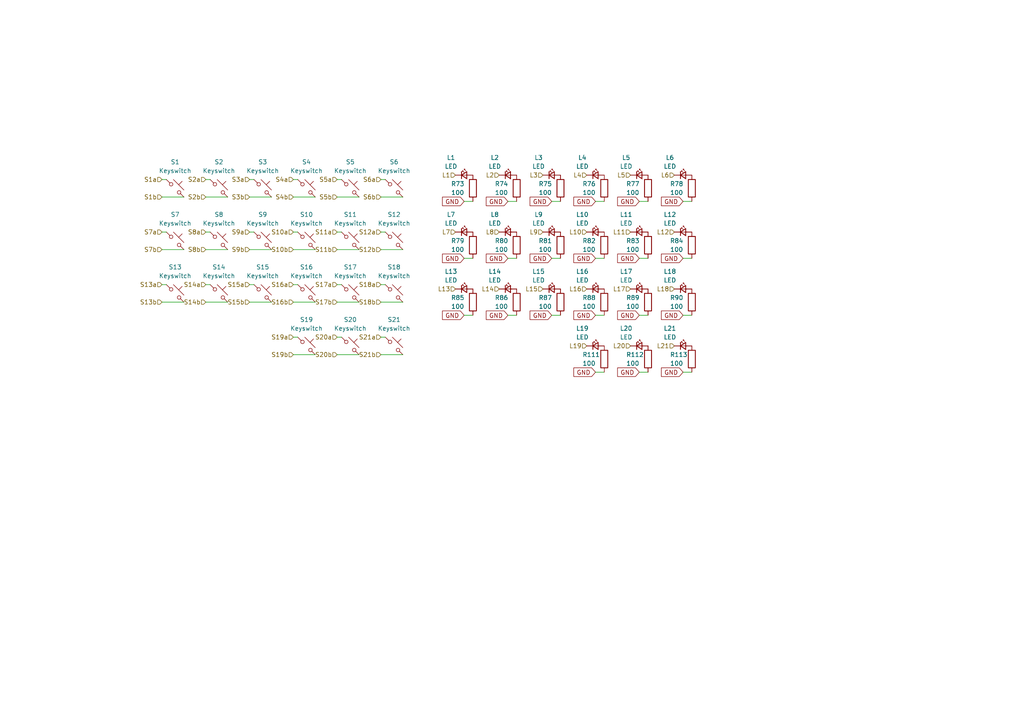
<source format=kicad_sch>
(kicad_sch (version 20231120) (generator "eeschema") (generator_version "8.0")
  (paper "A4")
  (lib_symbols
    (symbol "Device:LED_Small" (pin_numbers hide) (pin_names (offset 0.254) hide)
      (property "Reference" "D" (at -1.27 3.175 0))
      (property "Value" "LED_Small" (at -4.445 -2.54 0))
      (symbol "LED_Small_0_1"
        (polyline (pts (xy -0.762 -1.016) (xy -0.762 1.016)) (stroke (width 0.254)))
        (polyline (pts (xy 1.016 0) (xy -0.762 0)))
        (polyline (pts (xy 0.762 -1.016) (xy -0.762 0) (xy 0.762 1.016) (xy 0.762 -1.016)) (stroke (width 0.254)))
        (polyline (pts (xy 0 0.762) (xy -0.508 1.27) (xy -0.254 1.27) (xy -0.508 1.27) (xy -0.508 1.016)))
        (polyline (pts (xy 0.508 1.27) (xy 0 1.778) (xy 0.254 1.778) (xy 0 1.778) (xy 0 1.524)))
      )
      (symbol "LED_Small_1_1"
        (pin passive line (at -2.54 0 0) (length 1.778) (name "K") (number "1"))
        (pin passive line (at 2.54 0 180) (length 1.778) (name "A") (number "2"))
      )
    )
    (symbol "ScottoKeebs:Placeholder_Keyswitch" (pin_numbers hide) (pin_names (offset 1.016) hide)
      (property "Reference" "S" (at 3.048 1.016 0))
      (property "Value" "Keyswitch" (at 0 -3.81 0))
      (symbol "Placeholder_Keyswitch_0_1"
        (circle (center -1.1684 1.1684) (radius 0.508))
        (polyline (pts (xy -0.508 2.54) (xy 2.54 -0.508)))
        (polyline (pts (xy 1.016 1.016) (xy 2.032 2.032)))
        (polyline (pts (xy -2.54 2.54) (xy -1.524 1.524) (xy -1.524 1.524)))
        (polyline (pts (xy 1.524 -1.524) (xy 2.54 -2.54) (xy 2.54 -2.54) (xy 2.54 -2.54)))
        (circle (center 1.143 -1.1938) (radius 0.508))
        (pin passive line (at -2.54 2.54 0) (length 0) (name "1") (number "1"))
        (pin passive line (at 2.54 -2.54 180) (length 0) (name "2") (number "2"))
      )
    )
    (symbol "ScottoKeebs:Placeholder_Resistor" (pin_numbers hide) (pin_names (offset 0))
      (property "Reference" "R" (at 0 2.032 0))
      (property "Value" "Resistor" (at 0 -2.54 0))
      (symbol "Placeholder_Resistor_0_1"
        (rectangle (start 2.54 -1.016) (end -2.54 1.016) (stroke (width 0.254)))
      )
      (symbol "Placeholder_Resistor_1_1"
        (pin passive line (at -3.81 0 0) (length 1.27) (name "~") (number "1"))
        (pin passive line (at 3.81 0 180) (length 1.27) (name "~") (number "2"))
      )
    )
  )
  (wire (pts (xy 110.49 102.87) (xy 116.84 102.87)))
  (wire (pts (xy 97.79 87.63) (xy 104.14 87.63)))
  (wire (pts (xy 110.49 67.31) (xy 111.76 67.31)))
  (wire (pts (xy 72.39 52.07) (xy 73.66 52.07)))
  (wire (pts (xy 72.39 82.55) (xy 73.66 82.55)))
  (wire (pts (xy 46.99 67.31) (xy 48.26 67.31)))
  (wire (pts (xy 85.09 67.31) (xy 86.36 67.31)))
  (wire (pts (xy 198.12 74.93) (xy 200.66 74.93)))
  (wire (pts (xy 59.69 87.63) (xy 66.04 87.63)))
  (wire (pts (xy 185.42 91.44) (xy 187.96 91.44)))
  (wire (pts (xy 46.99 57.15) (xy 53.34 57.15)))
  (wire (pts (xy 147.32 91.44) (xy 149.86 91.44)))
  (wire (pts (xy 59.69 67.31) (xy 60.96 67.31)))
  (wire (pts (xy 72.39 67.31) (xy 73.66 67.31)))
  (wire (pts (xy 134.62 74.93) (xy 137.16 74.93)))
  (wire (pts (xy 110.49 87.63) (xy 116.84 87.63)))
  (wire (pts (xy 97.79 57.15) (xy 104.14 57.15)))
  (wire (pts (xy 172.72 58.42) (xy 175.26 58.42)))
  (wire (pts (xy 46.99 82.55) (xy 48.26 82.55)))
  (wire (pts (xy 185.42 74.93) (xy 187.96 74.93)))
  (wire (pts (xy 185.42 58.42) (xy 187.96 58.42)))
  (wire (pts (xy 147.32 58.42) (xy 149.86 58.42)))
  (wire (pts (xy 172.72 91.44) (xy 175.26 91.44)))
  (wire (pts (xy 172.72 74.93) (xy 175.26 74.93)))
  (wire (pts (xy 85.09 72.39) (xy 91.44 72.39)))
  (wire (pts (xy 85.09 52.07) (xy 86.36 52.07)))
  (wire (pts (xy 110.49 82.55) (xy 111.76 82.55)))
  (wire (pts (xy 110.49 57.15) (xy 116.84 57.15)))
  (wire (pts (xy 198.12 58.42) (xy 200.66 58.42)))
  (wire (pts (xy 97.79 72.39) (xy 104.14 72.39)))
  (wire (pts (xy 85.09 97.79) (xy 86.36 97.79)))
  (wire (pts (xy 85.09 87.63) (xy 91.44 87.63)))
  (wire (pts (xy 72.39 57.15) (xy 78.74 57.15)))
  (wire (pts (xy 85.09 82.55) (xy 86.36 82.55)))
  (wire (pts (xy 46.99 87.63) (xy 53.34 87.63)))
  (wire (pts (xy 172.72 107.95) (xy 175.26 107.95)))
  (wire (pts (xy 147.32 74.93) (xy 149.86 74.93)))
  (wire (pts (xy 110.49 52.07) (xy 111.76 52.07)))
  (wire (pts (xy 97.79 52.07) (xy 99.06 52.07)))
  (wire (pts (xy 59.69 57.15) (xy 66.04 57.15)))
  (wire (pts (xy 160.02 74.93) (xy 162.56 74.93)))
  (wire (pts (xy 110.49 97.79) (xy 111.76 97.79)))
  (wire (pts (xy 85.09 57.15) (xy 91.44 57.15)))
  (wire (pts (xy 185.42 107.95) (xy 187.96 107.95)))
  (wire (pts (xy 160.02 58.42) (xy 162.56 58.42)))
  (wire (pts (xy 85.09 102.87) (xy 91.44 102.87)))
  (wire (pts (xy 59.69 82.55) (xy 60.96 82.55)))
  (wire (pts (xy 134.62 58.42) (xy 137.16 58.42)))
  (wire (pts (xy 59.69 52.07) (xy 60.96 52.07)))
  (wire (pts (xy 97.79 97.79) (xy 99.06 97.79)))
  (wire (pts (xy 198.12 107.95) (xy 200.66 107.95)))
  (wire (pts (xy 46.99 72.39) (xy 53.34 72.39)))
  (wire (pts (xy 46.99 52.07) (xy 48.26 52.07)))
  (wire (pts (xy 160.02 91.44) (xy 162.56 91.44)))
  (wire (pts (xy 97.79 82.55) (xy 99.06 82.55)))
  (wire (pts (xy 72.39 87.63) (xy 78.74 87.63)))
  (wire (pts (xy 97.79 67.31) (xy 99.06 67.31)))
  (wire (pts (xy 134.62 91.44) (xy 137.16 91.44)))
  (wire (pts (xy 72.39 72.39) (xy 78.74 72.39)))
  (wire (pts (xy 97.79 102.87) (xy 104.14 102.87)))
  (wire (pts (xy 198.12 91.44) (xy 200.66 91.44)))
  (wire (pts (xy 110.49 72.39) (xy 116.84 72.39)))
  (wire (pts (xy 59.69 72.39) (xy 66.04 72.39)))
  (global_label "GND" (shape input) (at 198.12 107.95 180) (property "Intersheetrefs" "${INTERSHEET_REFS}" (effects (hide yes))))
  (global_label "GND" (shape input) (at 134.62 58.42 180) (property "Intersheetrefs" "${INTERSHEET_REFS}" (effects (hide yes))))
  (global_label "GND" (shape input) (at 172.72 58.42 180) (property "Intersheetrefs" "${INTERSHEET_REFS}" (effects (hide yes))))
  (global_label "GND" (shape input) (at 147.32 74.93 180) (property "Intersheetrefs" "${INTERSHEET_REFS}" (effects (hide yes))))
  (global_label "GND" (shape input) (at 185.42 107.95 180) (property "Intersheetrefs" "${INTERSHEET_REFS}" (effects (hide yes))))
  (global_label "GND" (shape input) (at 172.72 74.93 180) (property "Intersheetrefs" "${INTERSHEET_REFS}" (effects (hide yes))))
  (global_label "GND" (shape input) (at 160.02 58.42 180) (property "Intersheetrefs" "${INTERSHEET_REFS}" (effects (hide yes))))
  (global_label "GND" (shape input) (at 198.12 58.42 180) (property "Intersheetrefs" "${INTERSHEET_REFS}" (effects (hide yes))))
  (global_label "GND" (shape input) (at 185.42 74.93 180) (property "Intersheetrefs" "${INTERSHEET_REFS}" (effects (hide yes))))
  (global_label "GND" (shape input) (at 134.62 74.93 180) (property "Intersheetrefs" "${INTERSHEET_REFS}" (effects (hide yes))))
  (global_label "GND" (shape input) (at 185.42 91.44 180) (property "Intersheetrefs" "${INTERSHEET_REFS}" (effects (hide yes))))
  (global_label "GND" (shape input) (at 147.32 91.44 180) (property "Intersheetrefs" "${INTERSHEET_REFS}" (effects (hide yes))))
  (global_label "GND" (shape input) (at 172.72 107.95 180) (property "Intersheetrefs" "${INTERSHEET_REFS}" (effects (hide yes))))
  (global_label "GND" (shape input) (at 172.72 91.44 180) (property "Intersheetrefs" "${INTERSHEET_REFS}" (effects (hide yes))))
  (global_label "GND" (shape input) (at 198.12 91.44 180) (property "Intersheetrefs" "${INTERSHEET_REFS}" (effects (hide yes))))
  (global_label "GND" (shape input) (at 198.12 74.93 180) (property "Intersheetrefs" "${INTERSHEET_REFS}" (effects (hide yes))))
  (global_label "GND" (shape input) (at 185.42 58.42 180) (property "Intersheetrefs" "${INTERSHEET_REFS}" (effects (hide yes))))
  (global_label "GND" (shape input) (at 160.02 91.44 180) (property "Intersheetrefs" "${INTERSHEET_REFS}" (effects (hide yes))))
  (global_label "GND" (shape input) (at 147.32 58.42 180) (property "Intersheetrefs" "${INTERSHEET_REFS}" (effects (hide yes))))
  (global_label "GND" (shape input) (at 160.02 74.93 180) (property "Intersheetrefs" "${INTERSHEET_REFS}" (effects (hide yes))))
  (global_label "GND" (shape input) (at 134.62 91.44 180) (property "Intersheetrefs" "${INTERSHEET_REFS}" (effects (hide yes))))
  (hierarchical_label "L9" (shape input) (at 157.48 67.31 180))
  (hierarchical_label "S8b" (shape input) (at 59.69 72.39 180))
  (hierarchical_label "S10b" (shape input) (at 85.09 72.39 180))
  (hierarchical_label "S13b" (shape input) (at 46.99 87.63 180))
  (hierarchical_label "L18" (shape input) (at 195.58 83.82 180))
  (hierarchical_label "S1b" (shape input) (at 46.99 57.15 180))
  (hierarchical_label "S1a" (shape input) (at 46.99 52.07 180))
  (hierarchical_label "S12a" (shape input) (at 110.49 67.31 180))
  (hierarchical_label "L19" (shape input) (at 170.18 100.33 180))
  (hierarchical_label "S10a" (shape input) (at 85.09 67.31 180))
  (hierarchical_label "L15" (shape input) (at 157.48 83.82 180))
  (hierarchical_label "S7a" (shape input) (at 46.99 67.31 180))
  (hierarchical_label "L20" (shape input) (at 182.88 100.33 180))
  (hierarchical_label "L14" (shape input) (at 144.78 83.82 180))
  (hierarchical_label "S21b" (shape input) (at 110.49 102.87 180))
  (hierarchical_label "L21" (shape input) (at 195.58 100.33 180))
  (hierarchical_label "S3a" (shape input) (at 72.39 52.07 180))
  (hierarchical_label "S18b" (shape input) (at 110.49 87.63 180))
  (hierarchical_label "S8a" (shape input) (at 59.69 67.31 180))
  (hierarchical_label "L3" (shape input) (at 157.48 50.8 180))
  (hierarchical_label "L6" (shape input) (at 195.58 50.8 180))
  (hierarchical_label "S11b" (shape input) (at 97.79 72.39 180))
  (hierarchical_label "S20a" (shape input) (at 97.79 97.79 180))
  (hierarchical_label "S2b" (shape input) (at 59.69 57.15 180))
  (hierarchical_label "L17" (shape input) (at 182.88 83.82 180))
  (hierarchical_label "S19b" (shape input) (at 85.09 102.87 180))
  (hierarchical_label "L10" (shape input) (at 170.18 67.31 180))
  (hierarchical_label "L12" (shape input) (at 195.58 67.31 180))
  (hierarchical_label "S11a" (shape input) (at 97.79 67.31 180))
  (hierarchical_label "S19a" (shape input) (at 85.09 97.79 180))
  (hierarchical_label "L7" (shape input) (at 132.08 67.31 180))
  (hierarchical_label "S13a" (shape input) (at 46.99 82.55 180))
  (hierarchical_label "S14b" (shape input) (at 59.69 87.63 180))
  (hierarchical_label "L13" (shape input) (at 132.08 83.82 180))
  (hierarchical_label "S15b" (shape input) (at 72.39 87.63 180))
  (hierarchical_label "S18a" (shape input) (at 110.49 82.55 180))
  (hierarchical_label "S7b" (shape input) (at 46.99 72.39 180))
  (hierarchical_label "S21a" (shape input) (at 110.49 97.79 180))
  (hierarchical_label "S14a" (shape input) (at 59.69 82.55 180))
  (hierarchical_label "S20b" (shape input) (at 97.79 102.87 180))
  (hierarchical_label "S4a" (shape input) (at 85.09 52.07 180))
  (hierarchical_label "L8" (shape input) (at 144.78 67.31 180))
  (hierarchical_label "S9b" (shape input) (at 72.39 72.39 180))
  (hierarchical_label "S2a" (shape input) (at 59.69 52.07 180))
  (hierarchical_label "S16b" (shape input) (at 85.09 87.63 180))
  (hierarchical_label "S6a" (shape input) (at 110.49 52.07 180))
  (hierarchical_label "L5" (shape input) (at 182.88 50.8 180))
  (hierarchical_label "L1" (shape input) (at 132.08 50.8 180))
  (hierarchical_label "S4b" (shape input) (at 85.09 57.15 180))
  (hierarchical_label "L16" (shape input) (at 170.18 83.82 180))
  (hierarchical_label "S5b" (shape input) (at 97.79 57.15 180))
  (hierarchical_label "S5a" (shape input) (at 97.79 52.07 180))
  (hierarchical_label "L11" (shape input) (at 182.88 67.31 180))
  (hierarchical_label "S15a" (shape input) (at 72.39 82.55 180))
  (hierarchical_label "L2" (shape input) (at 144.78 50.8 180))
  (hierarchical_label "S3b" (shape input) (at 72.39 57.15 180))
  (hierarchical_label "S17b" (shape input) (at 97.79 87.63 180))
  (hierarchical_label "S6b" (shape input) (at 110.49 57.15 180))
  (hierarchical_label "S16a" (shape input) (at 85.09 82.55 180))
  (hierarchical_label "L4" (shape input) (at 170.18 50.8 180))
  (hierarchical_label "S12b" (shape input) (at 110.49 72.39 180))
  (hierarchical_label "S17a" (shape input) (at 97.79 82.55 180))
  (hierarchical_label "S9a" (shape input) (at 72.39 67.31 180))
  (symbol (lib_id "ScottoKeebs:Placeholder_Keyswitch") (at 63.5 69.85 0) (unit 1)
    (property "Reference" "S8" (at 63.5 62.23 0))
    (property "Value" "Keyswitch" (at 63.5 64.77 0))
    (property "Footprint" "ScottoKeebs_Hotswap:Hotswap_Choc_V1_1.00u" (effects (hide yes)))
    (instances (project "unchat_keeb" (path "" (reference "S8") (unit 1))) (project "unchat_keeb" (path "" (reference "S?") (unit 1)) (path "" (reference "S8") (unit 1))))
  )
  (symbol (lib_id "Device:LED_Small") (at 160.02 83.82 0) (unit 1)
    (property "Reference" "L15" (at 156.21 78.74 0))
    (property "Value" "LED" (at 156.21 81.28 0))
    (property "Footprint" "LED_SMD:LED_0603_1608Metric" (effects (hide yes)))
  )
  (symbol (lib_id "Device:LED_Small") (at 172.72 50.8 0) (unit 1)
    (property "Reference" "L4" (at 168.91 45.72 0))
    (property "Value" "LED" (at 168.91 48.26 0))
    (property "Footprint" "LED_SMD:LED_0603_1608Metric" (effects (hide yes)))
  )
  (symbol (lib_id "ScottoKeebs:Placeholder_Resistor") (at 187.96 71.12 90) (unit 1)
    (property "Reference" "R83" (at 181.61 69.85 90) (effects (justify right)))
    (property "Value" "100" (at 181.61 72.39 90) (effects (justify right)))
    (property "Footprint" "Resistor_SMD:R_0805_2012Metric" (effects (hide yes)))
  )
  (symbol (lib_id "ScottoKeebs:Placeholder_Resistor") (at 187.96 87.63 90) (unit 1)
    (property "Reference" "R89" (at 181.61 86.36 90) (effects (justify right)))
    (property "Value" "100" (at 181.61 88.9 90) (effects (justify right)))
    (property "Footprint" "Resistor_SMD:R_0805_2012Metric" (effects (hide yes)))
  )
  (symbol (lib_id "ScottoKeebs:Placeholder_Keyswitch") (at 114.3 100.33 0) (unit 1)
    (property "Reference" "S21" (at 114.3 92.71 0))
    (property "Value" "Keyswitch" (at 114.3 95.25 0))
    (property "Footprint" "GKanwarLibrary:Choc_V1_LED_1.50u_90deg" (effects (hide yes)))
    (instances (project "unchat_keeb" (path "" (reference "S21") (unit 1))) (project "unchat_keeb" (path "" (reference "S?") (unit 1)) (path "" (reference "S21") (unit 1))))
  )
  (symbol (lib_id "Device:LED_Small") (at 147.32 67.31 0) (unit 1)
    (property "Reference" "L8" (at 143.51 62.23 0))
    (property "Value" "LED" (at 143.51 64.77 0))
    (property "Footprint" "LED_SMD:LED_0603_1608Metric" (effects (hide yes)))
  )
  (symbol (lib_id "Device:LED_Small") (at 185.42 100.33 0) (unit 1)
    (property "Reference" "L20" (at 181.61 95.25 0))
    (property "Value" "LED" (at 181.61 97.79 0))
    (property "Footprint" "LED_SMD:LED_0603_1608Metric" (effects (hide yes)))
  )
  (symbol (lib_id "ScottoKeebs:Placeholder_Resistor") (at 200.66 87.63 90) (unit 1)
    (property "Reference" "R90" (at 194.31 86.36 90) (effects (justify right)))
    (property "Value" "100" (at 194.31 88.9 90) (effects (justify right)))
    (property "Footprint" "Resistor_SMD:R_0805_2012Metric" (effects (hide yes)))
  )
  (symbol (lib_id "Device:LED_Small") (at 198.12 83.82 0) (unit 1)
    (property "Reference" "L18" (at 194.31 78.74 0))
    (property "Value" "LED" (at 194.31 81.28 0))
    (property "Footprint" "LED_SMD:LED_0603_1608Metric" (effects (hide yes)))
  )
  (symbol (lib_id "Device:LED_Small") (at 172.72 83.82 0) (unit 1)
    (property "Reference" "L16" (at 168.91 78.74 0))
    (property "Value" "LED" (at 168.91 81.28 0))
    (property "Footprint" "LED_SMD:LED_0603_1608Metric" (effects (hide yes)))
  )
  (symbol (lib_id "Device:LED_Small") (at 198.12 50.8 0) (unit 1)
    (property "Reference" "L6" (at 194.31 45.72 0))
    (property "Value" "LED" (at 194.31 48.26 0))
    (property "Footprint" "LED_SMD:LED_0603_1608Metric" (effects (hide yes)))
  )
  (symbol (lib_id "ScottoKeebs:Placeholder_Keyswitch") (at 76.2 85.09 0) (unit 1)
    (property "Reference" "S15" (at 76.2 77.47 0))
    (property "Value" "Keyswitch" (at 76.2 80.01 0))
    (property "Footprint" "ScottoKeebs_Hotswap:Hotswap_Choc_V1_1.00u" (effects (hide yes)))
    (instances (project "unchat_keeb" (path "" (reference "S15") (unit 1))) (project "unchat_keeb" (path "" (reference "S?") (unit 1)) (path "" (reference "S15") (unit 1))))
  )
  (symbol (lib_id "ScottoKeebs:Placeholder_Resistor") (at 175.26 71.12 90) (unit 1)
    (property "Reference" "R82" (at 168.91 69.85 90) (effects (justify right)))
    (property "Value" "100" (at 168.91 72.39 90) (effects (justify right)))
    (property "Footprint" "Resistor_SMD:R_0805_2012Metric" (effects (hide yes)))
  )
  (symbol (lib_id "ScottoKeebs:Placeholder_Keyswitch") (at 101.6 100.33 0) (unit 1)
    (property "Reference" "S20" (at 101.6 92.71 0))
    (property "Value" "Keyswitch" (at 101.6 95.25 0))
    (property "Footprint" "GKanwarLibrary:Choc_V1_LED_1.50u_90deg" (effects (hide yes)))
    (instances (project "unchat_keeb" (path "" (reference "S20") (unit 1))) (project "unchat_keeb" (path "" (reference "S?") (unit 1)) (path "" (reference "S20") (unit 1))))
  )
  (symbol (lib_id "ScottoKeebs:Placeholder_Keyswitch") (at 88.9 100.33 0) (unit 1)
    (property "Reference" "S19" (at 88.9 92.71 0))
    (property "Value" "Keyswitch" (at 88.9 95.25 0))
    (property "Footprint" "ScottoKeebs_Hotswap:Hotswap_Choc_V1_1.00u" (effects (hide yes)))
    (instances (project "unchat_keeb" (path "" (reference "S19") (unit 1))) (project "unchat_keeb" (path "" (reference "S?") (unit 1)) (path "" (reference "S19") (unit 1))))
  )
  (symbol (lib_id "ScottoKeebs:Placeholder_Keyswitch") (at 50.8 54.61 0) (unit 1)
    (property "Reference" "S1" (at 50.8 46.99 0))
    (property "Value" "Keyswitch" (at 50.8 49.53 0))
    (property "Footprint" "ScottoKeebs_Hotswap:Hotswap_Choc_V1_1.00u" (effects (hide yes)))
    (instances (project "unchat_keeb" (path "" (reference "S1") (unit 1))) (project "unchat_keeb" (path "" (reference "S?") (unit 1)) (path "" (reference "S1") (unit 1))))
  )
  (symbol (lib_id "ScottoKeebs:Placeholder_Resistor") (at 187.96 104.14 90) (unit 1)
    (property "Reference" "R112" (at 181.61 102.87 90) (effects (justify right)))
    (property "Value" "100" (at 181.61 105.41 90) (effects (justify right)))
    (property "Footprint" "Resistor_SMD:R_0805_2012Metric" (effects (hide yes)))
  )
  (symbol (lib_id "ScottoKeebs:Placeholder_Keyswitch") (at 76.2 54.61 0) (unit 1)
    (property "Reference" "S3" (at 76.2 46.99 0))
    (property "Value" "Keyswitch" (at 76.2 49.53 0))
    (property "Footprint" "ScottoKeebs_Hotswap:Hotswap_Choc_V1_1.00u" (effects (hide yes)))
    (instances (project "unchat_keeb" (path "" (reference "S3") (unit 1))) (project "unchat_keeb" (path "" (reference "S?") (unit 1)) (path "" (reference "S3") (unit 1))))
  )
  (symbol (lib_id "ScottoKeebs:Placeholder_Resistor") (at 137.16 71.12 90) (unit 1)
    (property "Reference" "R79" (at 130.81 69.85 90) (effects (justify right)))
    (property "Value" "100" (at 130.81 72.39 90) (effects (justify right)))
    (property "Footprint" "Resistor_SMD:R_0805_2012Metric" (effects (hide yes)))
  )
  (symbol (lib_id "Device:LED_Small") (at 160.02 67.31 0) (unit 1)
    (property "Reference" "L9" (at 156.21 62.23 0))
    (property "Value" "LED" (at 156.21 64.77 0))
    (property "Footprint" "LED_SMD:LED_0603_1608Metric" (effects (hide yes)))
  )
  (symbol (lib_id "Device:LED_Small") (at 185.42 50.8 0) (unit 1)
    (property "Reference" "L5" (at 181.61 45.72 0))
    (property "Value" "LED" (at 181.61 48.26 0))
    (property "Footprint" "LED_SMD:LED_0603_1608Metric" (effects (hide yes)))
  )
  (symbol (lib_id "ScottoKeebs:Placeholder_Resistor") (at 137.16 54.61 90) (unit 1)
    (property "Reference" "R73" (at 130.81 53.34 90) (effects (justify right)))
    (property "Value" "100" (at 130.81 55.88 90) (effects (justify right)))
    (property "Footprint" "Resistor_SMD:R_0805_2012Metric" (effects (hide yes)))
  )
  (symbol (lib_id "ScottoKeebs:Placeholder_Keyswitch") (at 50.8 69.85 0) (unit 1)
    (property "Reference" "S7" (at 50.8 62.23 0))
    (property "Value" "Keyswitch" (at 50.8 64.77 0))
    (property "Footprint" "ScottoKeebs_Hotswap:Hotswap_Choc_V1_1.00u" (effects (hide yes)))
    (instances (project "unchat_keeb" (path "" (reference "S7") (unit 1))) (project "unchat_keeb" (path "" (reference "S?") (unit 1)) (path "" (reference "S7") (unit 1))))
  )
  (symbol (lib_id "ScottoKeebs:Placeholder_Keyswitch") (at 76.2 69.85 0) (unit 1)
    (property "Reference" "S9" (at 76.2 62.23 0))
    (property "Value" "Keyswitch" (at 76.2 64.77 0))
    (property "Footprint" "ScottoKeebs_Hotswap:Hotswap_Choc_V1_1.00u" (effects (hide yes)))
    (instances (project "unchat_keeb" (path "" (reference "S9") (unit 1))) (project "unchat_keeb" (path "" (reference "S?") (unit 1)) (path "" (reference "S9") (unit 1))))
  )
  (symbol (lib_id "ScottoKeebs:Placeholder_Resistor") (at 149.86 71.12 90) (unit 1)
    (property "Reference" "R80" (at 143.51 69.85 90) (effects (justify right)))
    (property "Value" "100" (at 143.51 72.39 90) (effects (justify right)))
    (property "Footprint" "Resistor_SMD:R_0805_2012Metric" (effects (hide yes)))
  )
  (symbol (lib_id "ScottoKeebs:Placeholder_Keyswitch") (at 63.5 85.09 0) (unit 1)
    (property "Reference" "S14" (at 63.5 77.47 0))
    (property "Value" "Keyswitch" (at 63.5 80.01 0))
    (property "Footprint" "ScottoKeebs_Hotswap:Hotswap_Choc_V1_1.00u" (effects (hide yes)))
    (instances (project "unchat_keeb" (path "" (reference "S14") (unit 1))) (project "unchat_keeb" (path "" (reference "S?") (unit 1)) (path "" (reference "S14") (unit 1))))
  )
  (symbol (lib_id "Device:LED_Small") (at 185.42 83.82 0) (unit 1)
    (property "Reference" "L17" (at 181.61 78.74 0))
    (property "Value" "LED" (at 181.61 81.28 0))
    (property "Footprint" "LED_SMD:LED_0603_1608Metric" (effects (hide yes)))
  )
  (symbol (lib_id "ScottoKeebs:Placeholder_Resistor") (at 200.66 54.61 90) (unit 1)
    (property "Reference" "R78" (at 194.31 53.34 90) (effects (justify right)))
    (property "Value" "100" (at 194.31 55.88 90) (effects (justify right)))
    (property "Footprint" "Resistor_SMD:R_0805_2012Metric" (effects (hide yes)))
  )
  (symbol (lib_id "Device:LED_Small") (at 172.72 100.33 0) (unit 1)
    (property "Reference" "L19" (at 168.91 95.25 0))
    (property "Value" "LED" (at 168.91 97.79 0))
    (property "Footprint" "LED_SMD:LED_0603_1608Metric" (effects (hide yes)))
  )
  (symbol (lib_id "ScottoKeebs:Placeholder_Keyswitch") (at 88.9 54.61 0) (unit 1)
    (property "Reference" "S4" (at 88.9 46.99 0))
    (property "Value" "Keyswitch" (at 88.9 49.53 0))
    (property "Footprint" "ScottoKeebs_Hotswap:Hotswap_Choc_V1_1.00u" (effects (hide yes)))
    (instances (project "unchat_keeb" (path "" (reference "S4") (unit 1))) (project "unchat_keeb" (path "" (reference "S?") (unit 1)) (path "" (reference "S4") (unit 1))))
  )
  (symbol (lib_id "ScottoKeebs:Placeholder_Resistor") (at 187.96 54.61 90) (unit 1)
    (property "Reference" "R77" (at 181.61 53.34 90) (effects (justify right)))
    (property "Value" "100" (at 181.61 55.88 90) (effects (justify right)))
    (property "Footprint" "Resistor_SMD:R_0805_2012Metric" (effects (hide yes)))
  )
  (symbol (lib_id "ScottoKeebs:Placeholder_Keyswitch") (at 63.5 54.61 0) (unit 1)
    (property "Reference" "S2" (at 63.5 46.99 0))
    (property "Value" "Keyswitch" (at 63.5 49.53 0))
    (property "Footprint" "ScottoKeebs_Hotswap:Hotswap_Choc_V1_1.00u" (effects (hide yes)))
    (instances (project "unchat_keeb" (path "" (reference "S2") (unit 1))) (project "unchat_keeb" (path "" (reference "S?") (unit 1)) (path "" (reference "S2") (unit 1))))
  )
  (symbol (lib_id "ScottoKeebs:Placeholder_Resistor") (at 175.26 54.61 90) (unit 1)
    (property "Reference" "R76" (at 168.91 53.34 90) (effects (justify right)))
    (property "Value" "100" (at 168.91 55.88 90) (effects (justify right)))
    (property "Footprint" "Resistor_SMD:R_0805_2012Metric" (effects (hide yes)))
  )
  (symbol (lib_id "ScottoKeebs:Placeholder_Keyswitch") (at 88.9 85.09 0) (unit 1)
    (property "Reference" "S16" (at 88.9 77.47 0))
    (property "Value" "Keyswitch" (at 88.9 80.01 0))
    (property "Footprint" "ScottoKeebs_Hotswap:Hotswap_Choc_V1_1.00u" (effects (hide yes)))
    (instances (project "unchat_keeb" (path "" (reference "S16") (unit 1))) (project "unchat_keeb" (path "" (reference "S?") (unit 1)) (path "" (reference "S16") (unit 1))))
  )
  (symbol (lib_id "ScottoKeebs:Placeholder_Resistor") (at 149.86 54.61 90) (unit 1)
    (property "Reference" "R74" (at 143.51 53.34 90) (effects (justify right)))
    (property "Value" "100" (at 143.51 55.88 90) (effects (justify right)))
    (property "Footprint" "Resistor_SMD:R_0805_2012Metric" (effects (hide yes)))
  )
  (symbol (lib_id "Device:LED_Small") (at 172.72 67.31 0) (unit 1)
    (property "Reference" "L10" (at 168.91 62.23 0))
    (property "Value" "LED" (at 168.91 64.77 0))
    (property "Footprint" "LED_SMD:LED_0603_1608Metric" (effects (hide yes)))
  )
  (symbol (lib_id "ScottoKeebs:Placeholder_Resistor") (at 162.56 71.12 90) (unit 1)
    (property "Reference" "R81" (at 156.21 69.85 90) (effects (justify right)))
    (property "Value" "100" (at 156.21 72.39 90) (effects (justify right)))
    (property "Footprint" "Resistor_SMD:R_0805_2012Metric" (effects (hide yes)))
  )
  (symbol (lib_id "ScottoKeebs:Placeholder_Keyswitch") (at 88.9 69.85 0) (unit 1)
    (property "Reference" "S10" (at 88.9 62.23 0))
    (property "Value" "Keyswitch" (at 88.9 64.77 0))
    (property "Footprint" "ScottoKeebs_Hotswap:Hotswap_Choc_V1_1.00u" (effects (hide yes)))
    (instances (project "unchat_keeb" (path "" (reference "S10") (unit 1))) (project "unchat_keeb" (path "" (reference "S?") (unit 1)) (path "" (reference "S10") (unit 1))))
  )
  (symbol (lib_id "Device:LED_Small") (at 147.32 83.82 0) (unit 1)
    (property "Reference" "L14" (at 143.51 78.74 0))
    (property "Value" "LED" (at 143.51 81.28 0))
    (property "Footprint" "LED_SMD:LED_0603_1608Metric" (effects (hide yes)))
  )
  (symbol (lib_id "ScottoKeebs:Placeholder_Keyswitch") (at 114.3 85.09 0) (unit 1)
    (property "Reference" "S18" (at 114.3 77.47 0))
    (property "Value" "Keyswitch" (at 114.3 80.01 0))
    (property "Footprint" "ScottoKeebs_Hotswap:Hotswap_Choc_V1_1.00u" (effects (hide yes)))
    (instances (project "unchat_keeb" (path "" (reference "S18") (unit 1))) (project "unchat_keeb" (path "" (reference "S?") (unit 1)) (path "" (reference "S18") (unit 1))))
  )
  (symbol (lib_id "ScottoKeebs:Placeholder_Resistor") (at 162.56 54.61 90) (unit 1)
    (property "Reference" "R75" (at 156.21 53.34 90) (effects (justify right)))
    (property "Value" "100" (at 156.21 55.88 90) (effects (justify right)))
    (property "Footprint" "Resistor_SMD:R_0805_2012Metric" (effects (hide yes)))
  )
  (symbol (lib_id "Device:LED_Small") (at 134.62 50.8 0) (unit 1)
    (property "Reference" "L1" (at 130.81 45.72 0))
    (property "Value" "LED" (at 130.81 48.26 0))
    (property "Footprint" "LED_SMD:LED_0603_1608Metric" (effects (hide yes)))
  )
  (symbol (lib_id "ScottoKeebs:Placeholder_Keyswitch") (at 114.3 69.85 0) (unit 1)
    (property "Reference" "S12" (at 114.3 62.23 0))
    (property "Value" "Keyswitch" (at 114.3 64.77 0))
    (property "Footprint" "ScottoKeebs_Hotswap:Hotswap_Choc_V1_1.00u" (effects (hide yes)))
    (instances (project "unchat_keeb" (path "" (reference "S12") (unit 1))) (project "unchat_keeb" (path "" (reference "S?") (unit 1)) (path "" (reference "S12") (unit 1))))
  )
  (symbol (lib_id "ScottoKeebs:Placeholder_Resistor") (at 149.86 87.63 90) (unit 1)
    (property "Reference" "R86" (at 143.51 86.36 90) (effects (justify right)))
    (property "Value" "100" (at 143.51 88.9 90) (effects (justify right)))
    (property "Footprint" "Resistor_SMD:R_0805_2012Metric" (effects (hide yes)))
  )
  (symbol (lib_id "ScottoKeebs:Placeholder_Resistor") (at 200.66 71.12 90) (unit 1)
    (property "Reference" "R84" (at 194.31 69.85 90) (effects (justify right)))
    (property "Value" "100" (at 194.31 72.39 90) (effects (justify right)))
    (property "Footprint" "Resistor_SMD:R_0805_2012Metric" (effects (hide yes)))
  )
  (symbol (lib_id "Device:LED_Small") (at 134.62 83.82 0) (unit 1)
    (property "Reference" "L13" (at 130.81 78.74 0))
    (property "Value" "LED" (at 130.81 81.28 0))
    (property "Footprint" "LED_SMD:LED_0603_1608Metric" (effects (hide yes)))
  )
  (symbol (lib_id "ScottoKeebs:Placeholder_Resistor") (at 137.16 87.63 90) (unit 1)
    (property "Reference" "R85" (at 130.81 86.36 90) (effects (justify right)))
    (property "Value" "100" (at 130.81 88.9 90) (effects (justify right)))
    (property "Footprint" "Resistor_SMD:R_0805_2012Metric" (effects (hide yes)))
  )
  (symbol (lib_id "ScottoKeebs:Placeholder_Resistor") (at 175.26 104.14 90) (unit 1)
    (property "Reference" "R111" (at 168.91 102.87 90) (effects (justify right)))
    (property "Value" "100" (at 168.91 105.41 90) (effects (justify right)))
    (property "Footprint" "Resistor_SMD:R_0805_2012Metric" (effects (hide yes)))
  )
  (symbol (lib_id "ScottoKeebs:Placeholder_Keyswitch") (at 50.8 85.09 0) (unit 1)
    (property "Reference" "S13" (at 50.8 77.47 0))
    (property "Value" "Keyswitch" (at 50.8 80.01 0))
    (property "Footprint" "ScottoKeebs_Hotswap:Hotswap_Choc_V1_1.00u" (effects (hide yes)))
    (instances (project "unchat_keeb" (path "" (reference "S13") (unit 1))) (project "unchat_keeb" (path "" (reference "S?") (unit 1)) (path "" (reference "S13") (unit 1))))
  )
  (symbol (lib_id "ScottoKeebs:Placeholder_Resistor") (at 175.26 87.63 90) (unit 1)
    (property "Reference" "R88" (at 168.91 86.36 90) (effects (justify right)))
    (property "Value" "100" (at 168.91 88.9 90) (effects (justify right)))
    (property "Footprint" "Resistor_SMD:R_0805_2012Metric" (effects (hide yes)))
  )
  (symbol (lib_id "Device:LED_Small") (at 198.12 100.33 0) (unit 1)
    (property "Reference" "L21" (at 194.31 95.25 0))
    (property "Value" "LED" (at 194.31 97.79 0))
    (property "Footprint" "LED_SMD:LED_0603_1608Metric" (effects (hide yes)))
  )
  (symbol (lib_id "ScottoKeebs:Placeholder_Keyswitch") (at 101.6 54.61 0) (unit 1)
    (property "Reference" "S5" (at 101.6 46.99 0))
    (property "Value" "Keyswitch" (at 101.6 49.53 0))
    (property "Footprint" "ScottoKeebs_Hotswap:Hotswap_Choc_V1_1.00u" (effects (hide yes)))
    (instances (project "unchat_keeb" (path "" (reference "S5") (unit 1))) (project "unchat_keeb" (path "" (reference "S?") (unit 1)) (path "" (reference "S5") (unit 1))))
  )
  (symbol (lib_id "ScottoKeebs:Placeholder_Resistor") (at 200.66 104.14 90) (unit 1)
    (property "Reference" "R113" (at 194.31 102.87 90) (effects (justify right)))
    (property "Value" "100" (at 194.31 105.41 90) (effects (justify right)))
    (property "Footprint" "Resistor_SMD:R_0805_2012Metric" (effects (hide yes)))
  )
  (symbol (lib_id "Device:LED_Small") (at 198.12 67.31 0) (unit 1)
    (property "Reference" "L12" (at 194.31 62.23 0))
    (property "Value" "LED" (at 194.31 64.77 0))
    (property "Footprint" "LED_SMD:LED_0603_1608Metric" (effects (hide yes)))
  )
  (symbol (lib_id "ScottoKeebs:Placeholder_Keyswitch") (at 114.3 54.61 0) (unit 1)
    (property "Reference" "S6" (at 114.3 46.99 0))
    (property "Value" "Keyswitch" (at 114.3 49.53 0))
    (property "Footprint" "ScottoKeebs_Hotswap:Hotswap_Choc_V1_1.00u" (effects (hide yes)))
    (instances (project "unchat_keeb" (path "" (reference "S6") (unit 1))) (project "unchat_keeb" (path "" (reference "S?") (unit 1)) (path "" (reference "S6") (unit 1))))
  )
  (symbol (lib_id "Device:LED_Small") (at 160.02 50.8 0) (unit 1)
    (property "Reference" "L3" (at 156.21 45.72 0))
    (property "Value" "LED" (at 156.21 48.26 0))
    (property "Footprint" "LED_SMD:LED_0603_1608Metric" (effects (hide yes)))
  )
  (symbol (lib_id "ScottoKeebs:Placeholder_Keyswitch") (at 101.6 85.09 0) (unit 1)
    (property "Reference" "S17" (at 101.6 77.47 0))
    (property "Value" "Keyswitch" (at 101.6 80.01 0))
    (property "Footprint" "ScottoKeebs_Hotswap:Hotswap_Choc_V1_1.00u" (effects (hide yes)))
    (instances (project "unchat_keeb" (path "" (reference "S17") (unit 1))) (project "unchat_keeb" (path "" (reference "S?") (unit 1)) (path "" (reference "S17") (unit 1))))
  )
  (symbol (lib_id "Device:LED_Small") (at 185.42 67.31 0) (unit 1)
    (property "Reference" "L11" (at 181.61 62.23 0))
    (property "Value" "LED" (at 181.61 64.77 0))
    (property "Footprint" "LED_SMD:LED_0603_1608Metric" (effects (hide yes)))
  )
  (symbol (lib_id "Device:LED_Small") (at 134.62 67.31 0) (unit 1)
    (property "Reference" "L7" (at 130.81 62.23 0))
    (property "Value" "LED" (at 130.81 64.77 0))
    (property "Footprint" "LED_SMD:LED_0603_1608Metric" (effects (hide yes)))
  )
  (symbol (lib_id "Device:LED_Small") (at 147.32 50.8 0) (unit 1)
    (property "Reference" "L2" (at 143.51 45.72 0))
    (property "Value" "LED" (at 143.51 48.26 0))
    (property "Footprint" "LED_SMD:LED_0603_1608Metric" (effects (hide yes)))
  )
  (symbol (lib_id "ScottoKeebs:Placeholder_Resistor") (at 162.56 87.63 90) (unit 1)
    (property "Reference" "R87" (at 156.21 86.36 90) (effects (justify right)))
    (property "Value" "100" (at 156.21 88.9 90) (effects (justify right)))
    (property "Footprint" "Resistor_SMD:R_0805_2012Metric" (effects (hide yes)))
  )
  (symbol (lib_id "ScottoKeebs:Placeholder_Keyswitch") (at 101.6 69.85 0) (unit 1)
    (property "Reference" "S11" (at 101.6 62.23 0))
    (property "Value" "Keyswitch" (at 101.6 64.77 0))
    (property "Footprint" "ScottoKeebs_Hotswap:Hotswap_Choc_V1_1.00u" (effects (hide yes)))
    (instances (project "unchat_keeb" (path "" (reference "S11") (unit 1))) (project "unchat_keeb" (path "" (reference "S?") (unit 1)) (path "" (reference "S11") (unit 1))))
  )
)
</source>
